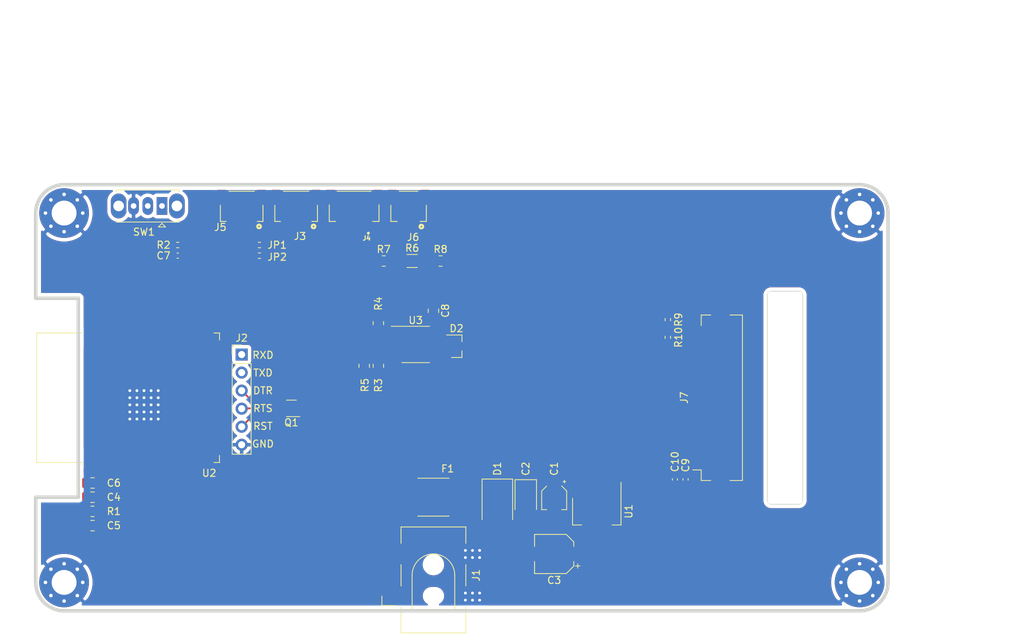
<source format=kicad_pcb>
(kicad_pcb (version 20171130) (host pcbnew "(5.1.12)-1")
  (layers (0 F.Cu signal) (31 B.Cu signal) (34 B.Paste user) (35 F.Paste user) (36 B.SilkS user) (37 F.SilkS user) (38 B.Mask user) (39 F.Mask user) (44 Edge.Cuts user))
  (net 0 "")
  (net 1 +5V)
  (net 2 +3V3)
  (net 3 /RESET)
  (net 4 /Modubus/A)
  (net 5 /Modubus/B)
  (net 6 "Net-(F1-Pad2)")
  (net 7 /RTS)
  (net 8 /DTR)
  (net 9 /UART0_TXD)
  (net 10 /UART0_RXD)
  (net 11 /SHARP_AOUT)
  (net 12 /GAS_AOUT)
  (net 13 /SHARP_ILED)
  (net 14 /IO39)
  (net 15 /IO36)
  (net 16 /IO0)
  (net 17 /MODBUS_TXD)
  (net 18 "Net-(U2-Pad32)")
  (net 19 "Net-(U2-Pad22)")
  (net 20 "Net-(U2-Pad21)")
  (net 21 "Net-(U2-Pad20)")
  (net 22 "Net-(U2-Pad19)")
  (net 23 "Net-(U2-Pad18)")
  (net 24 "Net-(U2-Pad17)")
  (net 25 /MODBUS_EN)
  (net 26 /MODBUS_RXD)
  (net 27 /Modubus/MODBUS_EN)
  (net 28 /Modubus/MODBUS_TXD)
  (net 29 /Modubus/MODBUS_RXD)
  (net 30 GND)
  (net 31 "Net-(C7-Pad2)")
  (net 32 /GPIO32)
  (net 33 /GPIO33)
  (net 34 /GPIO16)
  (net 35 /GPIO17)
  (net 36 /VCC)
  (net 37 CTP_SCL)
  (net 38 CTP_SDA)
  (net 39 CTP_INT)
  (net 40 TFT_CS)
  (net 41 TFT_AO)
  (net 42 TFT_SCLK)
  (net 43 TFT_SDI)
  (net 44 TFT_RST)
  (net 45 "Net-(SW1-Pad2)")
  (net 46 "Net-(U2-Pad24)")
  (net 47 "Net-(U2-Pad14)")
  (net 48 /GPIO15)
  (module Package_SO:SOIC-8_3.9x4.9mm_P1.27mm (layer F.Cu) (at 138.5 117.5)
    (fp_text reference U3 (at 0 -3.4) (layer F.SilkS))
    (fp_text value MAX3485)
    (fp_line (start 0 -2.56) (end -3.45 -2.56) (layer F.SilkS) (width 0.12))
    (fp_line (start 0 -2.56) (end 1.95 -2.56) (layer F.SilkS) (width 0.12))
    (fp_line (start 0 2.56) (end -1.95 2.56) (layer F.SilkS) (width 0.12))
    (fp_line (start 0 2.56) (end 1.95 2.56) (layer F.SilkS) (width 0.12))
    (pad 8 smd roundrect (at 2.475 -1.905) (size 1.95 0.6) (layers F.Cu F.Paste F.Mask) (net 2 +3V3))
    (pad 7 smd roundrect (at 2.475 -0.635) (size 1.95 0.6) (layers F.Cu F.Paste F.Mask) (net 5 /Modubus/B))
    (pad 6 smd roundrect (at 2.475 0.635) (size 1.95 0.6) (layers F.Cu F.Paste F.Mask) (net 4 /Modubus/A))
    (pad 5 smd roundrect (at 2.475 1.905) (size 1.95 0.6) (layers F.Cu F.Paste F.Mask) (net 30 GND))
    (pad 4 smd roundrect (at -2.475 1.905) (size 1.95 0.6) (layers F.Cu F.Paste F.Mask) (net 28 /Modubus/MODBUS_TXD))
    (pad 3 smd roundrect (at -2.475 0.635) (size 1.95 0.6) (layers F.Cu F.Paste F.Mask) (net 27 /Modubus/MODBUS_EN))
    (pad 2 smd roundrect (at -2.475 -0.635) (size 1.95 0.6) (layers F.Cu F.Paste F.Mask) (net 27 /Modubus/MODBUS_EN))
    (pad 1 smd roundrect (at -2.475 -1.905) (size 1.95 0.6) (layers F.Cu F.Paste F.Mask) (net 29 /Modubus/MODBUS_RXD))
  )
  (module Connector_BarrelJack:BarrelJack_CLIFF_FC681465S_SMT_Horizontal (layer F.Cu) (at 141 150 90)
    (fp_text reference J1 (at 0 6 270) (layer F.SilkS))
    (fp_text value Barrel_Jack_Switch)
    (fp_line (start -4.26 -7.26) (end -4.26 -5.36) (layer F.SilkS) (width 0.12))
    (fp_line (start -2.92 -7.26) (end -4.26 -7.26) (layer F.SilkS) (width 0.12))
    (fp_line (start -8.11 -4.56) (end -4.5 -4.56) (layer F.SilkS) (width 0.12))
    (fp_line (start 6.81 4.56) (end 6.81 -4.56) (layer F.SilkS) (width 0.12))
    (fp_line (start -1.5 -4.56) (end 1.5 -4.56) (layer F.SilkS) (width 0.12))
    (fp_line (start 4.5 -4.56) (end 6.81 -4.56) (layer F.SilkS) (width 0.12))
    (fp_line (start 4.5 4.56) (end 6.81 4.56) (layer F.SilkS) (width 0.12))
    (fp_line (start -1.5 4.56) (end 1.5 4.56) (layer F.SilkS) (width 0.12))
    (fp_line (start -8.11 4.56) (end -4.5 4.56) (layer F.SilkS) (width 0.12))
    (fp_line (start -8.11 4.56) (end -8.11 -4.56) (layer F.SilkS) (width 0.12))
    (fp_line (start -4.8 4.56) (end -4.8 -4.56) (layer F.SilkS) (width 0.12))
    (fp_line (start -4.8 -3) (end 0 -3) (layer F.SilkS) (width 0.12))
    (fp_line (start -4.8 3) (end 0 3) (layer F.SilkS) (width 0.12))
    (fp_arc (start 0 0) (end 0 3) (angle -180) (layer F.SilkS) (width 0.12))
    (pad 3 smd rect (at -3 5.5 180) (size 3 2) (layers F.Cu F.Paste F.Mask) (net 30 GND))
    (pad 2 smd rect (at 3 5.5 180) (size 3 2) (layers F.Cu F.Paste F.Mask) (net 30 GND))
    (pad 1 smd rect (at 3 -5.5 180) (size 3 2) (layers F.Cu F.Paste F.Mask) (net 6 "Net-(F1-Pad2)"))
    (pad 1 smd rect (at -3 -5.5 180) (size 3 2) (layers F.Cu F.Paste F.Mask) (net 6 "Net-(F1-Pad2)"))
    (pad "" np_thru_hole circle (at 1.5 0 180) (size 2 2) (drill 2) (layers *.Cu *.Mask))
    (pad "" np_thru_hole oval (at -2.9 0 180) (size 2 1.5) (drill oval 2 1.5) (layers *.Cu *.Mask))
  )
  (module Resistor_SMD:R_0402_1005Metric_Pad0.72x0.64mm_HandSolder (layer F.Cu) (at 174 116.5 270)
    (fp_text reference R10 (at 0 -1.5 90) (layer F.SilkS))
    (fp_text value 10k)
    (fp_line (start -0.167621 0.38) (end 0.167621 0.38) (layer F.SilkS) (width 0.12))
    (fp_line (start -0.167621 -0.38) (end 0.167621 -0.38) (layer F.SilkS) (width 0.12))
    (pad 2 smd roundrect (at 0.5975 0 270) (size 0.715 0.64) (layers F.Cu F.Paste F.Mask) (net 2 +3V3))
    (pad 1 smd roundrect (at -0.5975 0 270) (size 0.715 0.64) (layers F.Cu F.Paste F.Mask) (net 38 CTP_SDA))
  )
  (module Resistor_SMD:R_0402_1005Metric_Pad0.72x0.64mm_HandSolder (layer F.Cu) (at 174 114 90)
    (fp_text reference R9 (at 0 1.5 90) (layer F.SilkS))
    (fp_text value 10k)
    (fp_line (start -0.167621 0.38) (end 0.167621 0.38) (layer F.SilkS) (width 0.12))
    (fp_line (start -0.167621 -0.38) (end 0.167621 -0.38) (layer F.SilkS) (width 0.12))
    (pad 2 smd roundrect (at 0.5975 0 90) (size 0.715 0.64) (layers F.Cu F.Paste F.Mask) (net 2 +3V3))
    (pad 1 smd roundrect (at -0.5975 0 90) (size 0.715 0.64) (layers F.Cu F.Paste F.Mask) (net 37 CTP_SCL))
  )
  (module Connector_FFC-FPC:Hirose_FH12-40S-0.5SH_1x40-1MP_P0.50mm_Horizontal (layer F.Cu) (at 180 125 90)
    (fp_text reference J7 (at 0 -3.7 90) (layer F.SilkS))
    (fp_text value Display)
    (fp_line (start -10.16 -1.3) (end -10.16 -2.5) (layer F.SilkS) (width 0.12))
    (fp_line (start 11.65 4.5) (end 11.65 2.76) (layer F.SilkS) (width 0.12))
    (fp_line (start -11.65 4.5) (end 11.65 4.5) (layer F.SilkS) (width 0.12))
    (fp_line (start -11.65 2.76) (end -11.65 4.5) (layer F.SilkS) (width 0.12))
    (fp_line (start 11.65 -1.3) (end 11.65 0.04) (layer F.SilkS) (width 0.12))
    (fp_line (start 10.16 -1.3) (end 11.65 -1.3) (layer F.SilkS) (width 0.12))
    (fp_line (start -11.65 -1.3) (end -11.65 0.04) (layer F.SilkS) (width 0.12))
    (fp_line (start -10.16 -1.3) (end -11.65 -1.3) (layer F.SilkS) (width 0.12))
    (pad 40 smd rect (at 9.75 -1.85 90) (size 0.3 1.3) (layers F.Cu F.Paste F.Mask) (net 37 CTP_SCL))
    (pad 39 smd rect (at 9.25 -1.85 90) (size 0.3 1.3) (layers F.Cu F.Paste F.Mask) (net 38 CTP_SDA))
    (pad 38 smd rect (at 8.75 -1.85 90) (size 0.3 1.3) (layers F.Cu F.Paste F.Mask) (net 39 CTP_INT))
    (pad 37 smd rect (at 8.25 -1.85 90) (size 0.3 1.3) (layers F.Cu F.Paste F.Mask) (net 2 +3V3))
    (pad 36 smd rect (at 7.75 -1.85 90) (size 0.3 1.3) (layers F.Cu F.Paste F.Mask) (net 40 TFT_CS))
    (pad 35 smd rect (at 7.25 -1.85 90) (size 0.3 1.3) (layers F.Cu F.Paste F.Mask) (net 41 TFT_AO))
    (pad 34 smd rect (at 6.75 -1.85 90) (size 0.3 1.3) (layers F.Cu F.Paste F.Mask) (net 42 TFT_SCLK))
    (pad 33 smd rect (at 6.25 -1.85 90) (size 0.3 1.3) (layers F.Cu F.Paste F.Mask) (net 30 GND))
    (pad 32 smd rect (at 5.75 -1.85 90) (size 0.3 1.3) (layers F.Cu F.Paste F.Mask) (net 43 TFT_SDI))
    (pad 31 smd rect (at 5.25 -1.85 90) (size 0.3 1.3) (layers F.Cu F.Paste F.Mask) (net 30 GND))
    (pad 30 smd rect (at 4.75 -1.85 90) (size 0.3 1.3) (layers F.Cu F.Paste F.Mask) (net 30 GND))
    (pad 29 smd rect (at 4.25 -1.85 90) (size 0.3 1.3) (layers F.Cu F.Paste F.Mask) (net 30 GND))
    (pad 28 smd rect (at 3.75 -1.85 90) (size 0.3 1.3) (layers F.Cu F.Paste F.Mask) (net 30 GND))
    (pad 27 smd rect (at 3.25 -1.85 90) (size 0.3 1.3) (layers F.Cu F.Paste F.Mask) (net 30 GND))
    (pad 26 smd rect (at 2.75 -1.85 90) (size 0.3 1.3) (layers F.Cu F.Paste F.Mask) (net 30 GND))
    (pad 25 smd rect (at 2.25 -1.85 90) (size 0.3 1.3) (layers F.Cu F.Paste F.Mask) (net 30 GND))
    (pad 24 smd rect (at 1.75 -1.85 90) (size 0.3 1.3) (layers F.Cu F.Paste F.Mask) (net 30 GND))
    (pad 23 smd rect (at 1.25 -1.85 90) (size 0.3 1.3) (layers F.Cu F.Paste F.Mask) (net 30 GND))
    (pad 22 smd rect (at 0.75 -1.85 90) (size 0.3 1.3) (layers F.Cu F.Paste F.Mask) (net 30 GND))
    (pad 21 smd rect (at 0.25 -1.85 90) (size 0.3 1.3) (layers F.Cu F.Paste F.Mask) (net 30 GND))
    (pad 20 smd rect (at -0.25 -1.85 90) (size 0.3 1.3) (layers F.Cu F.Paste F.Mask) (net 30 GND))
    (pad 19 smd rect (at -0.75 -1.85 90) (size 0.3 1.3) (layers F.Cu F.Paste F.Mask) (net 30 GND))
    (pad 18 smd rect (at -1.25 -1.85 90) (size 0.3 1.3) (layers F.Cu F.Paste F.Mask) (net 30 GND))
    (pad 17 smd rect (at -1.75 -1.85 90) (size 0.3 1.3) (layers F.Cu F.Paste F.Mask) (net 30 GND))
    (pad 16 smd rect (at -2.25 -1.85 90) (size 0.3 1.3) (layers F.Cu F.Paste F.Mask) (net 30 GND))
    (pad 15 smd rect (at -2.75 -1.85 90) (size 0.3 1.3) (layers F.Cu F.Paste F.Mask) (net 30 GND))
    (pad 14 smd rect (at -3.25 -1.85 90) (size 0.3 1.3) (layers F.Cu F.Paste F.Mask) (net 30 GND))
    (pad 13 smd rect (at -3.75 -1.85 90) (size 0.3 1.3) (layers F.Cu F.Paste F.Mask) (net 30 GND))
    (pad 12 smd rect (at -4.25 -1.85 90) (size 0.3 1.3) (layers F.Cu F.Paste F.Mask) (net 30 GND))
    (pad 11 smd rect (at -4.75 -1.85 90) (size 0.3 1.3) (layers F.Cu F.Paste F.Mask) (net 30 GND))
    (pad 10 smd rect (at -5.25 -1.85 90) (size 0.3 1.3) (layers F.Cu F.Paste F.Mask) (net 30 GND))
    (pad 9 smd rect (at -5.75 -1.85 90) (size 0.3 1.3) (layers F.Cu F.Paste F.Mask) (net 44 TFT_RST))
    (pad 8 smd rect (at -6.25 -1.85 90) (size 0.3 1.3) (layers F.Cu F.Paste F.Mask) (net 2 +3V3))
    (pad 7 smd rect (at -6.75 -1.85 90) (size 0.3 1.3) (layers F.Cu F.Paste F.Mask) (net 2 +3V3))
    (pad 6 smd rect (at -7.25 -1.85 90) (size 0.3 1.3) (layers F.Cu F.Paste F.Mask) (net 2 +3V3))
    (pad 5 smd rect (at -7.75 -1.85 90) (size 0.3 1.3) (layers F.Cu F.Paste F.Mask) (net 2 +3V3))
    (pad 4 smd rect (at -8.25 -1.85 90) (size 0.3 1.3) (layers F.Cu F.Paste F.Mask) (net 2 +3V3))
    (pad 3 smd rect (at -8.75 -1.85 90) (size 0.3 1.3) (layers F.Cu F.Paste F.Mask) (net 30 GND))
    (pad 2 smd rect (at -9.25 -1.85 90) (size 0.3 1.3) (layers F.Cu F.Paste F.Mask) (net 30 GND))
    (pad 1 smd rect (at -9.75 -1.85 90) (size 0.3 1.3) (layers F.Cu F.Paste F.Mask) (net 2 +3V3))
    (pad MP smd rect (at -11.65 1.4 90) (size 1.8 2.2) (layers F.Cu F.Paste F.Mask))
    (pad MP smd rect (at 11.65 1.4 90) (size 1.8 2.2) (layers F.Cu F.Paste F.Mask))
  )
  (module Capacitor_SMD:C_0402_1005Metric_Pad0.74x0.62mm_HandSolder (layer F.Cu) (at 175 136.5 270)
    (fp_text reference C10 (at -2.5 0 90) (layer F.SilkS))
    (fp_text value 0.1uF)
    (fp_line (start -0.115835 0.36) (end 0.115835 0.36) (layer F.SilkS) (width 0.12))
    (fp_line (start -0.115835 -0.36) (end 0.115835 -0.36) (layer F.SilkS) (width 0.12))
    (pad 2 smd roundrect (at 0.5675 0 270) (size 0.735 0.62) (layers F.Cu F.Paste F.Mask) (net 30 GND))
    (pad 1 smd roundrect (at -0.5675 0 270) (size 0.735 0.62) (layers F.Cu F.Paste F.Mask) (net 2 +3V3))
  )
  (module Capacitor_SMD:C_0402_1005Metric_Pad0.74x0.62mm_HandSolder (layer F.Cu) (at 176.5 136.5 270)
    (fp_text reference C9 (at -2 0 90) (layer F.SilkS))
    (fp_text value 10uF)
    (fp_line (start -0.115835 0.36) (end 0.115835 0.36) (layer F.SilkS) (width 0.12))
    (fp_line (start -0.115835 -0.36) (end 0.115835 -0.36) (layer F.SilkS) (width 0.12))
    (pad 2 smd roundrect (at 0.5675 0 270) (size 0.735 0.62) (layers F.Cu F.Paste F.Mask) (net 30 GND))
    (pad 1 smd roundrect (at -0.5675 0 270) (size 0.735 0.62) (layers F.Cu F.Paste F.Mask) (net 2 +3V3))
  )
  (module RF_Module:ESP32-WROOM-32 (layer F.Cu) (at 101 125 90)
    (fp_text reference U2 (at -10.61 8.43) (layer F.SilkS))
    (fp_text value "ESP32-WROOM-32E(8MB)")
    (fp_line (start -9.12 9.1) (end -9.12 9.88) (layer F.SilkS) (width 0.12))
    (fp_line (start -9.12 9.88) (end -8.12 9.88) (layer F.SilkS) (width 0.12))
    (fp_line (start 9.12 9.1) (end 9.12 9.88) (layer F.SilkS) (width 0.12))
    (fp_line (start 9.12 9.88) (end 8.12 9.88) (layer F.SilkS) (width 0.12))
    (fp_line (start -9.12 -15.865) (end 9.12 -15.865) (layer F.SilkS) (width 0.12))
    (fp_line (start 9.12 -15.865) (end 9.12 -9.445) (layer F.SilkS) (width 0.12))
    (fp_line (start -9.12 -15.865) (end -9.12 -9.445) (layer F.SilkS) (width 0.12))
    (fp_line (start -9.12 -9.445) (end -9.5 -9.445) (layer F.SilkS) (width 0.12))
    (pad 38 smd rect (at 8.5 -8.255 90) (size 2 0.9) (layers F.Cu F.Paste F.Mask) (net 30 GND))
    (pad 37 smd rect (at 8.5 -6.985 90) (size 2 0.9) (layers F.Cu F.Paste F.Mask) (net 17 /MODBUS_TXD))
    (pad 36 smd rect (at 8.5 -5.715 90) (size 2 0.9) (layers F.Cu F.Paste F.Mask) (net 37 CTP_SCL))
    (pad 35 smd rect (at 8.5 -4.445 90) (size 2 0.9) (layers F.Cu F.Paste F.Mask) (net 9 /UART0_TXD))
    (pad 34 smd rect (at 8.5 -3.175 90) (size 2 0.9) (layers F.Cu F.Paste F.Mask) (net 10 /UART0_RXD))
    (pad 33 smd rect (at 8.5 -1.905 90) (size 2 0.9) (layers F.Cu F.Paste F.Mask) (net 38 CTP_SDA))
    (pad 32 smd rect (at 8.5 -0.635 90) (size 2 0.9) (layers F.Cu F.Paste F.Mask) (net 18 "Net-(U2-Pad32)"))
    (pad 31 smd rect (at 8.5 0.635 90) (size 2 0.9) (layers F.Cu F.Paste F.Mask) (net 43 TFT_SDI))
    (pad 30 smd rect (at 8.5 1.905 90) (size 2 0.9) (layers F.Cu F.Paste F.Mask) (net 42 TFT_SCLK))
    (pad 29 smd rect (at 8.5 3.175 90) (size 2 0.9) (layers F.Cu F.Paste F.Mask) (net 40 TFT_CS))
    (pad 28 smd rect (at 8.5 4.445 90) (size 2 0.9) (layers F.Cu F.Paste F.Mask) (net 35 /GPIO17))
    (pad 27 smd rect (at 8.5 5.715 90) (size 2 0.9) (layers F.Cu F.Paste F.Mask) (net 45 "Net-(SW1-Pad2)"))
    (pad 26 smd rect (at 8.5 6.985 90) (size 2 0.9) (layers F.Cu F.Paste F.Mask) (net 41 TFT_AO))
    (pad 25 smd rect (at 8.5 8.255 90) (size 2 0.9) (layers F.Cu F.Paste F.Mask) (net 16 /IO0))
    (pad 24 smd rect (at 5.715 9.255 180) (size 2 0.9) (layers F.Cu F.Paste F.Mask) (net 46 "Net-(U2-Pad24)"))
    (pad 23 smd rect (at 4.445 9.255 180) (size 2 0.9) (layers F.Cu F.Paste F.Mask) (net 48 /GPIO15))
    (pad 22 smd rect (at 3.175 9.255 180) (size 2 0.9) (layers F.Cu F.Paste F.Mask) (net 19 "Net-(U2-Pad22)"))
    (pad 21 smd rect (at 1.905 9.255 180) (size 2 0.9) (layers F.Cu F.Paste F.Mask) (net 20 "Net-(U2-Pad21)"))
    (pad 20 smd rect (at 0.635 9.255 180) (size 2 0.9) (layers F.Cu F.Paste F.Mask) (net 21 "Net-(U2-Pad20)"))
    (pad 19 smd rect (at -0.635 9.255 180) (size 2 0.9) (layers F.Cu F.Paste F.Mask) (net 22 "Net-(U2-Pad19)"))
    (pad 18 smd rect (at -1.905 9.255 180) (size 2 0.9) (layers F.Cu F.Paste F.Mask) (net 23 "Net-(U2-Pad18)"))
    (pad 17 smd rect (at -3.175 9.255 180) (size 2 0.9) (layers F.Cu F.Paste F.Mask) (net 24 "Net-(U2-Pad17)"))
    (pad 16 smd rect (at -4.445 9.255 180) (size 2 0.9) (layers F.Cu F.Paste F.Mask) (net 13 /SHARP_ILED))
    (pad 15 smd rect (at -5.715 9.255 180) (size 2 0.9) (layers F.Cu F.Paste F.Mask) (net 30 GND))
    (pad 14 smd rect (at -8.5 8.255 90) (size 2 0.9) (layers F.Cu F.Paste F.Mask) (net 47 "Net-(U2-Pad14)"))
    (pad 13 smd rect (at -8.5 6.985 90) (size 2 0.9) (layers F.Cu F.Paste F.Mask) (net 44 TFT_RST))
    (pad 12 smd rect (at -8.5 5.715 90) (size 2 0.9) (layers F.Cu F.Paste F.Mask) (net 25 /MODBUS_EN))
    (pad 11 smd rect (at -8.5 4.445 90) (size 2 0.9) (layers F.Cu F.Paste F.Mask) (net 26 /MODBUS_RXD))
    (pad 10 smd rect (at -8.5 3.175 90) (size 2 0.9) (layers F.Cu F.Paste F.Mask) (net 39 CTP_INT))
    (pad 9 smd rect (at -8.5 1.905 90) (size 2 0.9) (layers F.Cu F.Paste F.Mask) (net 33 /GPIO33))
    (pad 8 smd rect (at -8.5 0.635 90) (size 2 0.9) (layers F.Cu F.Paste F.Mask) (net 32 /GPIO32))
    (pad 7 smd rect (at -8.5 -0.635 90) (size 2 0.9) (layers F.Cu F.Paste F.Mask) (net 12 /GAS_AOUT))
    (pad 6 smd rect (at -8.5 -1.905 90) (size 2 0.9) (layers F.Cu F.Paste F.Mask) (net 11 /SHARP_AOUT))
    (pad 5 smd rect (at -8.5 -3.175 90) (size 2 0.9) (layers F.Cu F.Paste F.Mask) (net 14 /IO39))
    (pad 4 smd rect (at -8.5 -4.445 90) (size 2 0.9) (layers F.Cu F.Paste F.Mask) (net 15 /IO36))
    (pad 3 smd rect (at -8.5 -5.715 90) (size 2 0.9) (layers F.Cu F.Paste F.Mask) (net 3 /RESET))
    (pad 2 smd rect (at -8.5 -6.985 90) (size 2 0.9) (layers F.Cu F.Paste F.Mask) (net 2 +3V3))
    (pad 1 smd rect (at -8.5 -8.255 90) (size 2 0.9) (layers F.Cu F.Paste F.Mask) (net 30 GND))
    (pad 39 smd rect (at -1 -0.755 90) (size 5 5) (layers F.Cu F.Paste F.Mask) (net 30 GND))
  )
  (module MountingHole:MountingHole_3.5mm_Pad_Via (layer F.Cu) (at 89 151)
    (fp_text reference H2 (at 0 0) (layer F.SilkS))
    (fp_text value MountingHole_Pad)
    (pad 1 thru_hole circle (at 1.856155 -1.856155) (size 0.8 0.8) (drill 0.5) (layers *.Cu *.Mask) (net 30 GND))
    (pad 1 thru_hole circle (at 0 -2.625) (size 0.8 0.8) (drill 0.5) (layers *.Cu *.Mask) (net 30 GND))
    (pad 1 thru_hole circle (at -1.856155 -1.856155) (size 0.8 0.8) (drill 0.5) (layers *.Cu *.Mask) (net 30 GND))
    (pad 1 thru_hole circle (at -2.625 0) (size 0.8 0.8) (drill 0.5) (layers *.Cu *.Mask) (net 30 GND))
    (pad 1 thru_hole circle (at -1.856155 1.856155) (size 0.8 0.8) (drill 0.5) (layers *.Cu *.Mask) (net 30 GND))
    (pad 1 thru_hole circle (at 0 2.625) (size 0.8 0.8) (drill 0.5) (layers *.Cu *.Mask) (net 30 GND))
    (pad 1 thru_hole circle (at 1.856155 1.856155) (size 0.8 0.8) (drill 0.5) (layers *.Cu *.Mask) (net 30 GND))
    (pad 1 thru_hole circle (at 2.625 0) (size 0.8 0.8) (drill 0.5) (layers *.Cu *.Mask) (net 30 GND))
    (pad 1 thru_hole circle (at 0 0) (size 7 7) (drill 3.5) (layers *.Cu *.Mask) (net 30 GND))
  )
  (module "SnapEDA Library:JST_SM03B-SRSS-TB(LF)(SN)" (layer F.Cu) (at 137.5 100.5 180)
    (fp_text reference J6 (at -0.635 -1.905) (layer F.SilkS))
    (fp_text value "MODBUS RTU")
    (fp_circle (center -1.8 -0.4) (end -1.7 -0.4) (layer F.SilkS) (width 0.3))
    (fp_line (start 2.5 0.325) (end 1.615 0.325) (layer F.SilkS) (width 0.127))
    (fp_line (start 2.5 2.6) (end 2.5 0.325) (layer F.SilkS) (width 0.127))
    (fp_line (start -1.3 4.575) (end 1.3 4.575) (layer F.SilkS) (width 0.127))
    (fp_line (start -2.5 0.325) (end -2.5 2.6) (layer F.SilkS) (width 0.127))
    (fp_line (start -1.615 0.325) (end -2.5 0.325) (layer F.SilkS) (width 0.127))
    (pad S2 smd rect (at 2.3 3.875 180) (size 1.2 1.8) (layers F.Cu F.Paste F.Mask))
    (pad S1 smd rect (at -2.3 3.875 180) (size 1.2 1.8) (layers F.Cu F.Paste F.Mask))
    (pad 3 smd rect (at 1 0 180) (size 0.6 1.55) (layers F.Cu F.Paste F.Mask) (net 30 GND))
    (pad 1 smd rect (at -1 0 180) (size 0.6 1.55) (layers F.Cu F.Paste F.Mask) (net 5 /Modubus/B))
    (pad 2 smd rect (at 0 0 180) (size 0.6 1.55) (layers F.Cu F.Paste F.Mask) (net 4 /Modubus/A))
  )
  (module Package_TO_SOT_SMD:SOT-223-3_TabPin2 (layer F.Cu) (at 164 141 270)
    (fp_text reference U1 (at 0 -4.5 90) (layer F.SilkS))
    (fp_text value AZ1117-3.3)
    (fp_line (start -4.1 -3.41) (end 1.91 -3.41) (layer F.SilkS) (width 0.12))
    (fp_line (start -1.85 3.41) (end 1.91 3.41) (layer F.SilkS) (width 0.12))
    (fp_line (start 1.91 -3.41) (end 1.91 -2.15) (layer F.SilkS) (width 0.12))
    (fp_line (start 1.91 3.41) (end 1.91 2.15) (layer F.SilkS) (width 0.12))
    (pad 1 smd rect (at -3.15 -2.3 270) (size 2 1.5) (layers F.Cu F.Paste F.Mask) (net 30 GND))
    (pad 3 smd rect (at -3.15 2.3 270) (size 2 1.5) (layers F.Cu F.Paste F.Mask) (net 1 +5V))
    (pad 2 smd rect (at -3.15 0 270) (size 2 1.5) (layers F.Cu F.Paste F.Mask) (net 2 +3V3))
    (pad 2 smd rect (at 3.15 0 270) (size 2 3.8) (layers F.Cu F.Paste F.Mask) (net 2 +3V3))
  )
  (module Button_Switch_THT:SW_Slide_1P2T_CK_OS102011MS2Q (layer F.Cu) (at 102.78 98 180)
    (fp_text reference SW1 (at 2.54 -3.66) (layer F.SilkS))
    (fp_text value SW_SPDT)
    (fp_line (start 0.5 -2.96) (end -0.5 -2.96) (layer F.SilkS) (width 0.12))
    (fp_line (start 0 -2.46) (end 0.5 -2.96) (layer F.SilkS) (width 0.12))
    (fp_line (start -0.5 -2.96) (end 0 -2.46) (layer F.SilkS) (width 0.12))
    (fp_line (start 6.41 2.26) (end 6.41 1.95) (layer F.SilkS) (width 0.12))
    (fp_line (start -2.41 2.26) (end -2.41 1.95) (layer F.SilkS) (width 0.12))
    (fp_line (start -2.41 -1.95) (end -2.41 -2.26) (layer F.SilkS) (width 0.12))
    (fp_line (start 6.41 2.26) (end -2.41 2.26) (layer F.SilkS) (width 0.12))
    (fp_line (start 6.41 -2.26) (end 6.41 -1.95) (layer F.SilkS) (width 0.12))
    (fp_line (start -2.41 -2.26) (end 6.41 -2.26) (layer F.SilkS) (width 0.12))
    (pad "" thru_hole oval (at 6.1 0 180) (size 2.2 3.5) (drill 1.5) (layers *.Cu *.Mask))
    (pad "" thru_hole oval (at -2.1 0 180) (size 2.2 3.5) (drill 1.5) (layers *.Cu *.Mask))
    (pad 3 thru_hole oval (at 4 0 180) (size 1.5 2.5) (drill 0.8) (layers *.Cu *.Mask) (net 30 GND))
    (pad 2 thru_hole oval (at 2 0 180) (size 1.5 2.5) (drill 0.8) (layers *.Cu *.Mask) (net 45 "Net-(SW1-Pad2)"))
    (pad 1 thru_hole rect (at 0 0 180) (size 1.5 2.5) (drill 0.8) (layers *.Cu *.Mask) (net 31 "Net-(C7-Pad2)"))
  )
  (module Resistor_SMD:R_0402_1005Metric_Pad0.72x0.64mm_HandSolder (layer F.Cu) (at 105 103.5 180)
    (fp_text reference R2 (at 2 0) (layer F.SilkS))
    (fp_text value 10k)
    (fp_line (start -0.167621 0.38) (end 0.167621 0.38) (layer F.SilkS) (width 0.12))
    (fp_line (start -0.167621 -0.38) (end 0.167621 -0.38) (layer F.SilkS) (width 0.12))
    (pad 2 smd roundrect (at 0.5975 0 180) (size 0.715 0.64) (layers F.Cu F.Paste F.Mask) (net 31 "Net-(C7-Pad2)"))
    (pad 1 smd roundrect (at -0.5975 0 180) (size 0.715 0.64) (layers F.Cu F.Paste F.Mask) (net 2 +3V3))
  )
  (module Resistor_SMD:R_0402_1005Metric_Pad0.72x0.64mm_HandSolder (layer F.Cu) (at 116.5 105 180)
    (fp_text reference JP2 (at -2.5 -0.19) (layer F.SilkS))
    (fp_text value SolderJumper_2_Open)
    (fp_line (start -0.167621 0.38) (end 0.167621 0.38) (layer F.SilkS) (width 0.12))
    (fp_line (start -0.167621 -0.38) (end 0.167621 -0.38) (layer F.SilkS) (width 0.12))
    (pad 2 smd roundrect (at 0.5975 0 180) (size 0.715 0.64) (layers F.Cu F.Paste F.Mask) (net 36 /VCC))
    (pad 1 smd roundrect (at -0.5975 0 180) (size 0.715 0.64) (layers F.Cu F.Paste F.Mask) (net 1 +5V))
  )
  (module Resistor_SMD:R_0402_1005Metric_Pad0.72x0.64mm_HandSolder (layer F.Cu) (at 116.5 103.5 180)
    (fp_text reference JP1 (at -2.5 0) (layer F.SilkS))
    (fp_text value SolderJumper_2_Open)
    (fp_line (start -0.167621 0.38) (end 0.167621 0.38) (layer F.SilkS) (width 0.12))
    (fp_line (start -0.167621 -0.38) (end 0.167621 -0.38) (layer F.SilkS) (width 0.12))
    (pad 2 smd roundrect (at 0.5975 0 180) (size 0.715 0.64) (layers F.Cu F.Paste F.Mask) (net 36 /VCC))
    (pad 1 smd roundrect (at -0.5975 0 180) (size 0.715 0.64) (layers F.Cu F.Paste F.Mask) (net 2 +3V3))
  )
  (module "SnapEDA Library:JST_SM04B-SRSS-TB(LF)(SN)" (layer F.Cu) (at 114 100.5 180)
    (fp_text reference J5 (at 3 -0.5) (layer F.SilkS) (effects (font (size 1.001173 1.001173))))
    (fp_text value "I2C extended")
    (fp_line (start -1.8 4.575) (end 1.8 4.575) (layer F.SilkS) (width 0.127))
    (fp_line (start 3 0.325) (end 3 2.6) (layer F.SilkS) (width 0.127))
    (fp_line (start 2.2 0.325) (end 3 0.325) (layer F.SilkS) (width 0.127))
    (fp_line (start -3 0.325) (end -3 2.6) (layer F.SilkS) (width 0.127))
    (fp_line (start -2.2 0.325) (end -3 0.325) (layer F.SilkS) (width 0.127))
    (fp_circle (center -2.45 -0.385) (end -2.35 -0.385) (layer F.SilkS) (width 0.3))
    (pad 4 smd rect (at 1.5 0 180) (size 0.6 1.55) (layers F.Cu F.Paste F.Mask) (net 30 GND))
    (pad 3 smd rect (at 0.5 0 180) (size 0.6 1.55) (layers F.Cu F.Paste F.Mask) (net 38 CTP_SDA))
    (pad 2 smd rect (at -0.5 0 180) (size 0.6 1.55) (layers F.Cu F.Paste F.Mask) (net 37 CTP_SCL))
    (pad 1 smd rect (at -1.5 0 180) (size 0.6 1.55) (layers F.Cu F.Paste F.Mask) (net 36 /VCC))
    (pad S1 smd rect (at -2.8 3.875 180) (size 1.2 1.8) (layers F.Cu F.Paste F.Mask))
    (pad S2 smd rect (at 2.8 3.875 180) (size 1.2 1.8) (layers F.Cu F.Paste F.Mask))
  )
  (module "connector:JST_SM05B-SRSS-TB(LF)(SN)" (layer F.Cu) (at 129.833332 96.625 180)
    (fp_text reference J4 (at -1.768 -5.9064) (layer F.SilkS) (effects (font (size 0.64 0.64))))
    (fp_text value sensor)
    (fp_circle (center -2 -5.2) (end -1.9 -5.2) (layer F.SilkS) (width 0.2))
    (fp_line (start 3.5 -3.55) (end 3.5 -1.21) (layer F.SilkS) (width 0.127))
    (fp_line (start 2.61 -3.55) (end 3.5 -3.55) (layer F.SilkS) (width 0.127))
    (fp_line (start -2.39 0.7) (end 2.39 0.7) (layer F.SilkS) (width 0.127))
    (fp_line (start -3.5 -3.55) (end -3.5 -1.21) (layer F.SilkS) (width 0.127))
    (fp_line (start -2.61 -3.55) (end -3.5 -3.55) (layer F.SilkS) (width 0.127))
    (pad 5 smd rect (at 2 -3.875 180) (size 0.6 1.55) (layers F.Cu F.Paste F.Mask) (net 30 GND))
    (pad 4 smd rect (at 1 -3.875 180) (size 0.6 1.55) (layers F.Cu F.Paste F.Mask) (net 13 /SHARP_ILED))
    (pad 3 smd rect (at 0 -3.875 180) (size 0.6 1.55) (layers F.Cu F.Paste F.Mask) (net 11 /SHARP_AOUT))
    (pad 2 smd rect (at -1 -3.875 180) (size 0.6 1.55) (layers F.Cu F.Paste F.Mask) (net 12 /GAS_AOUT))
    (pad S2 smd rect (at 3.3 0 180) (size 1.2 1.8) (layers F.Cu F.Paste F.Mask))
    (pad S1 smd rect (at -3.3 0 180) (size 1.2 1.8) (layers F.Cu F.Paste F.Mask))
    (pad 1 smd rect (at -2 -3.875 180) (size 0.6 1.55) (layers F.Cu F.Paste F.Mask) (net 1 +5V))
  )
  (module "SnapEDA Library:JST_SM04B-SRSS-TB(LF)(SN)" (layer F.Cu) (at 121.666666 100.5 180)
    (fp_text reference J3 (at -0.545095 -1.767685) (layer F.SilkS) (effects (font (size 1.001173 1.001173))))
    (fp_text value "GPIO expanded")
    (fp_line (start -1.8 4.575) (end 1.8 4.575) (layer F.SilkS) (width 0.127))
    (fp_line (start 3 0.325) (end 3 2.6) (layer F.SilkS) (width 0.127))
    (fp_line (start 2.2 0.325) (end 3 0.325) (layer F.SilkS) (width 0.127))
    (fp_line (start -3 0.325) (end -3 2.6) (layer F.SilkS) (width 0.127))
    (fp_line (start -2.2 0.325) (end -3 0.325) (layer F.SilkS) (width 0.127))
    (fp_circle (center -2.45 -0.385) (end -2.35 -0.385) (layer F.SilkS) (width 0.3))
    (pad 4 smd rect (at 1.5 0 180) (size 0.6 1.55) (layers F.Cu F.Paste F.Mask) (net 32 /GPIO32))
    (pad 3 smd rect (at 0.5 0 180) (size 0.6 1.55) (layers F.Cu F.Paste F.Mask) (net 33 /GPIO33))
    (pad 2 smd rect (at -0.5 0 180) (size 0.6 1.55) (layers F.Cu F.Paste F.Mask) (net 34 /GPIO16))
    (pad 1 smd rect (at -1.5 0 180) (size 0.6 1.55) (layers F.Cu F.Paste F.Mask) (net 48 /GPIO15))
    (pad S1 smd rect (at -2.8 3.875 180) (size 1.2 1.8) (layers F.Cu F.Paste F.Mask))
    (pad S2 smd rect (at 2.8 3.875 180) (size 1.2 1.8) (layers F.Cu F.Paste F.Mask))
  )
  (module Capacitor_SMD:C_0402_1005Metric_Pad0.74x0.62mm_HandSolder (layer F.Cu) (at 105 105 180)
    (fp_text reference C7 (at 2 0) (layer F.SilkS))
    (fp_text value 0.1uF)
    (fp_line (start -0.115835 0.36) (end 0.115835 0.36) (layer F.SilkS) (width 0.12))
    (fp_line (start -0.115835 -0.36) (end 0.115835 -0.36) (layer F.SilkS) (width 0.12))
    (pad 2 smd roundrect (at 0.5675 0 180) (size 0.735 0.62) (layers F.Cu F.Paste F.Mask) (net 31 "Net-(C7-Pad2)"))
    (pad 1 smd roundrect (at -0.5675 0 180) (size 0.735 0.62) (layers F.Cu F.Paste F.Mask) (net 30 GND))
  )
  (module Capacitor_SMD:CP_Elec_5x5.4 (layer F.Cu) (at 158 147 180)
    (fp_text reference C3 (at 0 -3.7) (layer F.SilkS))
    (fp_text value 22uF)
    (fp_line (start -3.3125 -1.9975) (end -3.3125 -1.3725) (layer F.SilkS) (width 0.12))
    (fp_line (start -3.625 -1.685) (end -3 -1.685) (layer F.SilkS) (width 0.12))
    (fp_line (start -2.76 1.695563) (end -1.695563 2.76) (layer F.SilkS) (width 0.12))
    (fp_line (start -2.76 -1.695563) (end -1.695563 -2.76) (layer F.SilkS) (width 0.12))
    (fp_line (start -2.76 -1.695563) (end -2.76 -1.06) (layer F.SilkS) (width 0.12))
    (fp_line (start -2.76 1.695563) (end -2.76 1.06) (layer F.SilkS) (width 0.12))
    (fp_line (start -1.695563 2.76) (end 2.76 2.76) (layer F.SilkS) (width 0.12))
    (fp_line (start -1.695563 -2.76) (end 2.76 -2.76) (layer F.SilkS) (width 0.12))
    (fp_line (start 2.76 -2.76) (end 2.76 -1.06) (layer F.SilkS) (width 0.12))
    (fp_line (start 2.76 2.76) (end 2.76 1.06) (layer F.SilkS) (width 0.12))
    (pad 2 smd roundrect (at 2.2 0 180) (size 3 1.6) (layers F.Cu F.Paste F.Mask) (roundrect_rratio 0.15625) (net 30 GND))
    (pad 1 smd roundrect (at -2.2 0 180) (size 3 1.6) (layers F.Cu F.Paste F.Mask) (roundrect_rratio 0.15625) (net 2 +3V3))
  )
  (module Capacitor_SMD:CP_Elec_3x5.4 (layer F.Cu) (at 158 139 270)
    (fp_text reference C1 (at -4 0 90) (layer F.SilkS))
    (fp_text value 10uF)
    (fp_line (start -2.1875 -1.6225) (end -2.1875 -1.2475) (layer F.SilkS) (width 0.12))
    (fp_line (start -2.375 -1.435) (end -2 -1.435) (layer F.SilkS) (width 0.12))
    (fp_line (start -1.570563 1.06) (end -0.870563 1.76) (layer F.SilkS) (width 0.12))
    (fp_line (start -1.570563 -1.06) (end -0.870563 -1.76) (layer F.SilkS) (width 0.12))
    (fp_line (start -0.870563 1.76) (end 1.76 1.76) (layer F.SilkS) (width 0.12))
    (fp_line (start -0.870563 -1.76) (end 1.76 -1.76) (layer F.SilkS) (width 0.12))
    (fp_line (start 1.76 -1.76) (end 1.76 -1.06) (layer F.SilkS) (width 0.12))
    (fp_line (start 1.76 1.76) (end 1.76 1.06) (layer F.SilkS) (width 0.12))
    (pad 2 smd roundrect (at 1.5 0 270) (size 2.2 1.6) (layers F.Cu F.Paste F.Mask) (roundrect_rratio 0.15625) (net 30 GND))
    (pad 1 smd roundrect (at -1.5 0 270) (size 2.2 1.6) (layers F.Cu F.Paste F.Mask) (roundrect_rratio 0.15625) (net 1 +5V))
  )
  (module Resistor_SMD:R_0805_2012Metric (layer F.Cu) (at 142 105.75)
    (fp_text reference R8 (at 0 -1.65) (layer F.SilkS))
    (fp_text value 10k)
    (fp_line (start -0.227064 -0.735) (end 0.227064 -0.735) (layer F.SilkS) (width 0.12))
    (fp_line (start -0.227064 0.735) (end 0.227064 0.735) (layer F.SilkS) (width 0.12))
    (pad 2 smd roundrect (at 0.9125 0) (size 1.025 1.4) (layers F.Cu F.Paste F.Mask) (roundrect_rratio 0.243902) (net 2 +3V3))
    (pad 1 smd roundrect (at -0.9125 0) (size 1.025 1.4) (layers F.Cu F.Paste F.Mask) (roundrect_rratio 0.243902) (net 5 /Modubus/B))
  )
  (module Resistor_SMD:R_0805_2012Metric (layer F.Cu) (at 134 105.75)
    (fp_text reference R7 (at 0 -1.65) (layer F.SilkS))
    (fp_text value 10k)
    (fp_line (start -0.227064 -0.735) (end 0.227064 -0.735) (layer F.SilkS) (width 0.12))
    (fp_line (start -0.227064 0.735) (end 0.227064 0.735) (layer F.SilkS) (width 0.12))
    (pad 2 smd roundrect (at 0.9125 0) (size 1.025 1.4) (layers F.Cu F.Paste F.Mask) (roundrect_rratio 0.243902) (net 4 /Modubus/A))
    (pad 1 smd roundrect (at -0.9125 0) (size 1.025 1.4) (layers F.Cu F.Paste F.Mask) (roundrect_rratio 0.243902) (net 30 GND))
  )
  (module Resistor_SMD:R_1206_3216Metric (layer F.Cu) (at 138 105.75)
    (fp_text reference R6 (at 0 -1.82) (layer F.SilkS))
    (fp_text value 120R)
    (fp_line (start -0.727064 -0.91) (end 0.727064 -0.91) (layer F.SilkS) (width 0.12))
    (fp_line (start -0.727064 0.91) (end 0.727064 0.91) (layer F.SilkS) (width 0.12))
    (pad 2 smd roundrect (at 1.4625 0) (size 1.125 1.75) (layers F.Cu F.Paste F.Mask) (roundrect_rratio 0.222222) (net 5 /Modubus/B))
    (pad 1 smd roundrect (at -1.4625 0) (size 1.125 1.75) (layers F.Cu F.Paste F.Mask) (roundrect_rratio 0.222222) (net 4 /Modubus/A))
  )
  (module Resistor_SMD:R_0805_2012Metric (layer F.Cu) (at 131.25 120.5 90)
    (fp_text reference R5 (at -2.725001 0.104999 90) (layer F.SilkS))
    (fp_text value 10K)
    (fp_line (start -0.227064 -0.735) (end 0.227064 -0.735) (layer F.SilkS) (width 0.12))
    (fp_line (start -0.227064 0.735) (end 0.227064 0.735) (layer F.SilkS) (width 0.12))
    (pad 2 smd roundrect (at 0.9125 0 90) (size 1.025 1.4) (layers F.Cu F.Paste F.Mask) (roundrect_rratio 0.243902) (net 27 /Modubus/MODBUS_EN))
    (pad 1 smd roundrect (at -0.9125 0 90) (size 1.025 1.4) (layers F.Cu F.Paste F.Mask) (roundrect_rratio 0.243902) (net 2 +3V3))
  )
  (module Resistor_SMD:R_0805_2012Metric (layer F.Cu) (at 133.25 114.5 270)
    (fp_text reference R4 (at -2.75 0 90) (layer F.SilkS))
    (fp_text value 10K)
    (fp_line (start -0.227064 -0.735) (end 0.227064 -0.735) (layer F.SilkS) (width 0.12))
    (fp_line (start -0.227064 0.735) (end 0.227064 0.735) (layer F.SilkS) (width 0.12))
    (pad 2 smd roundrect (at 0.9125 0 270) (size 1.025 1.4) (layers F.Cu F.Paste F.Mask) (roundrect_rratio 0.243902) (net 29 /Modubus/MODBUS_RXD))
    (pad 1 smd roundrect (at -0.9125 0 270) (size 1.025 1.4) (layers F.Cu F.Paste F.Mask) (roundrect_rratio 0.243902) (net 2 +3V3))
  )
  (module Resistor_SMD:R_0805_2012Metric (layer F.Cu) (at 133.25 120.5 90)
    (fp_text reference R3 (at -2.75 0 90) (layer F.SilkS))
    (fp_text value 10K)
    (fp_line (start -0.227064 -0.735) (end 0.227064 -0.735) (layer F.SilkS) (width 0.12))
    (fp_line (start -0.227064 0.735) (end 0.227064 0.735) (layer F.SilkS) (width 0.12))
    (pad 2 smd roundrect (at 0.9125 0 90) (size 1.025 1.4) (layers F.Cu F.Paste F.Mask) (roundrect_rratio 0.243902) (net 28 /Modubus/MODBUS_TXD))
    (pad 1 smd roundrect (at -0.9125 0 90) (size 1.025 1.4) (layers F.Cu F.Paste F.Mask) (roundrect_rratio 0.243902) (net 2 +3V3))
  )
  (module Resistor_SMD:R_0805_2012Metric (layer F.Cu) (at 93 141)
    (fp_text reference R1 (at 3 0) (layer F.SilkS))
    (fp_text value 10K)
    (fp_line (start -0.227064 -0.735) (end 0.227064 -0.735) (layer F.SilkS) (width 0.12))
    (fp_line (start -0.227064 0.735) (end 0.227064 0.735) (layer F.SilkS) (width 0.12))
    (pad 2 smd roundrect (at 0.9125 0) (size 1.025 1.4) (layers F.Cu F.Paste F.Mask) (roundrect_rratio 0.243902) (net 3 /RESET))
    (pad 1 smd roundrect (at -0.9125 0) (size 1.025 1.4) (layers F.Cu F.Paste F.Mask) (roundrect_rratio 0.243902) (net 2 +3V3))
  )
  (module Package_TO_SOT_SMD:SOT-363_SC-70-6 (layer F.Cu) (at 121 126.5 180)
    (fp_text reference Q1 (at 0 -2) (layer F.SilkS))
    (fp_text value UMH3N)
    (fp_line (start 0.7 -1.16) (end -1.2 -1.16) (layer F.SilkS) (width 0.12))
    (fp_line (start -0.7 1.16) (end 0.7 1.16) (layer F.SilkS) (width 0.12))
    (pad 6 smd rect (at 0.95 -0.65 180) (size 0.65 0.4) (layers F.Cu F.Paste F.Mask) (net 3 /RESET))
    (pad 4 smd rect (at 0.95 0.65 180) (size 0.65 0.4) (layers F.Cu F.Paste F.Mask) (net 8 /DTR))
    (pad 2 smd rect (at -0.95 0 180) (size 0.65 0.4) (layers F.Cu F.Paste F.Mask) (net 8 /DTR))
    (pad 5 smd rect (at 0.95 0 180) (size 0.65 0.4) (layers F.Cu F.Paste F.Mask) (net 7 /RTS))
    (pad 3 smd rect (at -0.95 0.65 180) (size 0.65 0.4) (layers F.Cu F.Paste F.Mask) (net 16 /IO0))
    (pad 1 smd rect (at -0.95 -0.65 180) (size 0.65 0.4) (layers F.Cu F.Paste F.Mask) (net 7 /RTS))
  )
  (module Connector_PinHeader_2.54mm:PinHeader_1x06_P2.54mm_Vertical (layer F.Cu) (at 114 118.92)
    (fp_text reference J2 (at 0 -2.33) (layer F.SilkS))
    (fp_text value ISP)
    (fp_line (start -1.33 14.03) (end 1.33 14.03) (layer F.SilkS) (width 0.12))
    (fp_line (start -1.33 1.27) (end -1.33 14.03) (layer F.SilkS) (width 0.12))
    (fp_line (start 1.33 1.27) (end 1.33 14.03) (layer F.SilkS) (width 0.12))
    (fp_line (start -1.33 1.27) (end 1.33 1.27) (layer F.SilkS) (width 0.12))
    (fp_line (start -1.33 0) (end -1.33 -1.33) (layer F.SilkS) (width 0.12))
    (fp_line (start -1.33 -1.33) (end 0 -1.33) (layer F.SilkS) (width 0.12))
    (pad 6 thru_hole oval (at 0 12.7) (size 1.7 1.7) (drill 1) (layers *.Cu *.Mask) (net 30 GND))
    (pad 5 thru_hole oval (at 0 10.16) (size 1.7 1.7) (drill 1) (layers *.Cu *.Mask) (net 3 /RESET))
    (pad 4 thru_hole oval (at 0 7.62) (size 1.7 1.7) (drill 1) (layers *.Cu *.Mask) (net 7 /RTS))
    (pad 3 thru_hole oval (at 0 5.08) (size 1.7 1.7) (drill 1) (layers *.Cu *.Mask) (net 8 /DTR))
    (pad 2 thru_hole oval (at 0 2.54) (size 1.7 1.7) (drill 1) (layers *.Cu *.Mask) (net 9 /UART0_TXD))
    (pad 1 thru_hole rect (at 0 0) (size 1.7 1.7) (drill 1) (layers *.Cu *.Mask) (net 10 /UART0_RXD))
  )
  (module MountingHole:MountingHole_3.5mm_Pad_Via (layer F.Cu) (at 201 99)
    (fp_text reference H4 (at 0 0) (layer F.SilkS))
    (fp_text value MountingHole_Pad)
    (pad 1 thru_hole circle (at 1.856155 -1.856155) (size 0.8 0.8) (drill 0.5) (layers *.Cu *.Mask) (net 30 GND))
    (pad 1 thru_hole circle (at 0 -2.625) (size 0.8 0.8) (drill 0.5) (layers *.Cu *.Mask) (net 30 GND))
    (pad 1 thru_hole circle (at -1.856155 -1.856155) (size 0.8 0.8) (drill 0.5) (layers *.Cu *.Mask) (net 30 GND))
    (pad 1 thru_hole circle (at -2.625 0) (size 0.8 0.8) (drill 0.5) (layers *.Cu *.Mask) (net 30 GND))
    (pad 1 thru_hole circle (at -1.856155 1.856155) (size 0.8 0.8) (drill 0.5) (layers *.Cu *.Mask) (net 30 GND))
    (pad 1 thru_hole circle (at 0 2.625) (size 0.8 0.8) (drill 0.5) (layers *.Cu *.Mask) (net 30 GND))
    (pad 1 thru_hole circle (at 1.856155 1.856155) (size 0.8 0.8) (drill 0.5) (layers *.Cu *.Mask) (net 30 GND))
    (pad 1 thru_hole circle (at 2.625 0) (size 0.8 0.8) (drill 0.5) (layers *.Cu *.Mask) (net 30 GND))
    (pad 1 thru_hole circle (at 0 0) (size 7 7) (drill 3.5) (layers *.Cu *.Mask) (net 30 GND))
  )
  (module MountingHole:MountingHole_3.5mm_Pad_Via (layer F.Cu) (at 201 151)
    (fp_text reference H3 (at 0 0) (layer F.SilkS))
    (fp_text value MountingHole_Pad)
    (pad 1 thru_hole circle (at 1.856155 -1.856155) (size 0.8 0.8) (drill 0.5) (layers *.Cu *.Mask) (net 30 GND))
    (pad 1 thru_hole circle (at 0 -2.625) (size 0.8 0.8) (drill 0.5) (layers *.Cu *.Mask) (net 30 GND))
    (pad 1 thru_hole circle (at -1.856155 -1.856155) (size 0.8 0.8) (drill 0.5) (layers *.Cu *.Mask) (net 30 GND))
    (pad 1 thru_hole circle (at -2.625 0) (size 0.8 0.8) (drill 0.5) (layers *.Cu *.Mask) (net 30 GND))
    (pad 1 thru_hole circle (at -1.856155 1.856155) (size 0.8 0.8) (drill 0.5) (layers *.Cu *.Mask) (net 30 GND))
    (pad 1 thru_hole circle (at 0 2.625) (size 0.8 0.8) (drill 0.5) (layers *.Cu *.Mask) (net 30 GND))
    (pad 1 thru_hole circle (at 1.856155 1.856155) (size 0.8 0.8) (drill 0.5) (layers *.Cu *.Mask) (net 30 GND))
    (pad 1 thru_hole circle (at 2.625 0) (size 0.8 0.8) (drill 0.5) (layers *.Cu *.Mask) (net 30 GND))
    (pad 1 thru_hole circle (at 0 0) (size 7 7) (drill 3.5) (layers *.Cu *.Mask) (net 30 GND))
  )
  (module MountingHole:MountingHole_3.5mm_Pad_Via (layer F.Cu) (at 89 99)
    (fp_text reference H1 (at 0 0) (layer F.SilkS))
    (fp_text value MountingHole_Pad)
    (pad 1 thru_hole circle (at 1.856155 -1.856155) (size 0.8 0.8) (drill 0.5) (layers *.Cu *.Mask) (net 30 GND))
    (pad 1 thru_hole circle (at 0 -2.625) (size 0.8 0.8) (drill 0.5) (layers *.Cu *.Mask) (net 30 GND))
    (pad 1 thru_hole circle (at -1.856155 -1.856155) (size 0.8 0.8) (drill 0.5) (layers *.Cu *.Mask) (net 30 GND))
    (pad 1 thru_hole circle (at -2.625 0) (size 0.8 0.8) (drill 0.5) (layers *.Cu *.Mask) (net 30 GND))
    (pad 1 thru_hole circle (at -1.856155 1.856155) (size 0.8 0.8) (drill 0.5) (layers *.Cu *.Mask) (net 30 GND))
    (pad 1 thru_hole circle (at 0 2.625) (size 0.8 0.8) (drill 0.5) (layers *.Cu *.Mask) (net 30 GND))
    (pad 1 thru_hole circle (at 1.856155 1.856155) (size 0.8 0.8) (drill 0.5) (layers *.Cu *.Mask) (net 30 GND))
    (pad 1 thru_hole circle (at 2.625 0) (size 0.8 0.8) (drill 0.5) (layers *.Cu *.Mask) (net 30 GND))
    (pad 1 thru_hole circle (at 0 0) (size 7 7) (drill 3.5) (layers *.Cu *.Mask) (net 30 GND))
  )
  (module Fuse:Fuse_2920_7451Metric (layer F.Cu) (at 141 139 180)
    (fp_text reference F1 (at -2 4) (layer F.SilkS))
    (fp_text value "FUSE 2A")
    (fp_line (start -2.203752 -2.67) (end 2.203752 -2.67) (layer F.SilkS) (width 0.12))
    (fp_line (start -2.203752 2.67) (end 2.203752 2.67) (layer F.SilkS) (width 0.12))
    (pad 2 smd roundrect (at 3.3875 0 180) (size 1.925 5.45) (layers F.Cu F.Paste F.Mask) (roundrect_rratio 0.12987) (net 6 "Net-(F1-Pad2)"))
    (pad 1 smd roundrect (at -3.3875 0 180) (size 1.925 5.45) (layers F.Cu F.Paste F.Mask) (roundrect_rratio 0.12987) (net 1 +5V))
  )
  (module Package_TO_SOT_SMD:SOT-23 (layer F.Cu) (at 144.25 117.75)
    (fp_text reference D2 (at 0 -2.5) (layer F.SilkS))
    (fp_text value SM712)
    (fp_line (start 0.76 1.58) (end 0.76 0.65) (layer F.SilkS) (width 0.12))
    (fp_line (start 0.76 -1.58) (end 0.76 -0.65) (layer F.SilkS) (width 0.12))
    (fp_line (start 0.76 -1.58) (end -1.4 -1.58) (layer F.SilkS) (width 0.12))
    (fp_line (start 0.76 1.58) (end -0.7 1.58) (layer F.SilkS) (width 0.12))
    (pad 3 smd rect (at 1 0) (size 0.9 0.8) (layers F.Cu F.Paste F.Mask) (net 30 GND))
    (pad 2 smd rect (at -1 0.95) (size 0.9 0.8) (layers F.Cu F.Paste F.Mask) (net 4 /Modubus/A))
    (pad 1 smd rect (at -1 -0.95) (size 0.9 0.8) (layers F.Cu F.Paste F.Mask) (net 5 /Modubus/B))
  )
  (module Diode_SMD:D_SMB (layer F.Cu) (at 150 140 270)
    (fp_text reference D1 (at -5 0 90) (layer F.SilkS))
    (fp_text value SMBJ5)
    (fp_line (start -3.55 -2.15) (end -3.55 2.15) (layer F.SilkS) (width 0.12))
    (fp_line (start -3.55 2.15) (end 2.15 2.15) (layer F.SilkS) (width 0.12))
    (fp_line (start -3.55 -2.15) (end 2.15 -2.15) (layer F.SilkS) (width 0.12))
    (pad 2 smd rect (at 2.15 0 270) (size 2.5 2.3) (layers F.Cu F.Paste F.Mask) (net 30 GND))
    (pad 1 smd rect (at -2.15 0 270) (size 2.5 2.3) (layers F.Cu F.Paste F.Mask) (net 1 +5V))
  )
  (module Capacitor_SMD:C_0805_2012Metric (layer F.Cu) (at 141 112.75 270)
    (fp_text reference C8 (at 0 -1.68 90) (layer F.SilkS))
    (fp_text value 0.1uF)
    (fp_line (start -0.261252 -0.735) (end 0.261252 -0.735) (layer F.SilkS) (width 0.12))
    (fp_line (start -0.261252 0.735) (end 0.261252 0.735) (layer F.SilkS) (width 0.12))
    (pad 2 smd roundrect (at 0.95 0 270) (size 1 1.45) (layers F.Cu F.Paste F.Mask) (net 2 +3V3))
    (pad 1 smd roundrect (at -0.95 0 270) (size 1 1.45) (layers F.Cu F.Paste F.Mask) (net 30 GND))
  )
  (module Capacitor_SMD:C_0805_2012Metric (layer F.Cu) (at 93 137 180)
    (fp_text reference C6 (at -3 0) (layer F.SilkS))
    (fp_text value 0.1uF)
    (fp_line (start -0.261252 -0.735) (end 0.261252 -0.735) (layer F.SilkS) (width 0.12))
    (fp_line (start -0.261252 0.735) (end 0.261252 0.735) (layer F.SilkS) (width 0.12))
    (pad 2 smd roundrect (at 0.95 0 180) (size 1 1.45) (layers F.Cu F.Paste F.Mask) (net 30 GND))
    (pad 1 smd roundrect (at -0.95 0 180) (size 1 1.45) (layers F.Cu F.Paste F.Mask) (net 2 +3V3))
  )
  (module Capacitor_SMD:C_0805_2012Metric (layer F.Cu) (at 93 143 180)
    (fp_text reference C5 (at -3 0) (layer F.SilkS))
    (fp_text value 0.1uF)
    (fp_line (start -0.261252 -0.735) (end 0.261252 -0.735) (layer F.SilkS) (width 0.12))
    (fp_line (start -0.261252 0.735) (end 0.261252 0.735) (layer F.SilkS) (width 0.12))
    (pad 2 smd roundrect (at 0.95 0 180) (size 1 1.45) (layers F.Cu F.Paste F.Mask) (net 30 GND))
    (pad 1 smd roundrect (at -0.95 0 180) (size 1 1.45) (layers F.Cu F.Paste F.Mask) (net 3 /RESET))
  )
  (module Capacitor_SMD:C_0805_2012Metric (layer F.Cu) (at 93 139 180)
    (fp_text reference C4 (at -3 0) (layer F.SilkS))
    (fp_text value 10uF)
    (fp_line (start -0.261252 -0.735) (end 0.261252 -0.735) (layer F.SilkS) (width 0.12))
    (fp_line (start -0.261252 0.735) (end 0.261252 0.735) (layer F.SilkS) (width 0.12))
    (pad 2 smd roundrect (at 0.95 0 180) (size 1 1.45) (layers F.Cu F.Paste F.Mask) (net 30 GND))
    (pad 1 smd roundrect (at -0.95 0 180) (size 1 1.45) (layers F.Cu F.Paste F.Mask) (net 2 +3V3))
  )
  (module Capacitor_Tantalum_SMD:CP_EIA-3528-21_Kemet-B (layer F.Cu) (at 154 139 270)
    (fp_text reference C2 (at -4 0 90) (layer F.SilkS))
    (fp_text value 100uF)
    (fp_line (start 1.75 -1.51) (end -2.46 -1.51) (layer F.SilkS) (width 0.12))
    (fp_line (start -2.46 -1.51) (end -2.46 1.51) (layer F.SilkS) (width 0.12))
    (fp_line (start -2.46 1.51) (end 1.75 1.51) (layer F.SilkS) (width 0.12))
    (pad 2 smd roundrect (at 1.5375 0 270) (size 1.325 2.35) (layers F.Cu F.Paste F.Mask) (roundrect_rratio 0.188679) (net 30 GND))
    (pad 1 smd roundrect (at -1.5375 0 270) (size 1.325 2.35) (layers F.Cu F.Paste F.Mask) (roundrect_rratio 0.188679) (net 1 +5V))
  )
  (gr_text "GND\n" (at 117 131.5) (layer F.SilkS) (effects (font (size 1 1))))
  (gr_text "RST\n" (at 117 129) (layer F.SilkS) (effects (font (size 1 1))))
  (gr_text "RTS\n" (at 117 126.5) (layer F.SilkS) (effects (font (size 1 1))))
  (gr_text "DTR\n" (at 117 124) (layer F.SilkS) (effects (font (size 1 1))))
  (gr_text "TXD\n" (at 117 121.5) (layer F.SilkS) (effects (font (size 1 1))))
  (gr_text "RXD\n" (at 117 119) (layer F.SilkS) (effects (font (size 1 1))))
  (gr_line (start 85 139) (end 85 151) (layer Edge.Cuts) (width 0.5))
  (gr_line (start 85 111) (end 85 99) (layer Edge.Cuts) (width 0.5))
  (gr_line (start 91 139) (end 85 139) (layer Edge.Cuts) (width 0.5))
  (gr_line (start 91 111) (end 91 139) (layer Edge.Cuts) (width 0.5))
  (gr_line (start 85 111) (end 91 111) (layer Edge.Cuts) (width 0.5))
  (gr_arc (start 192.5 139.5) (end 192.5 140) (angle -90) (layer Edge.Cuts) (width 0.05))
  (gr_arc (start 188.5 139.5) (end 188 139.5) (angle -90) (layer Edge.Cuts) (width 0.05))
  (gr_arc (start 192.5 110.5) (end 193 110.5) (angle -90) (layer Edge.Cuts) (width 0.05))
  (gr_arc (start 188.5 110.5) (end 188.5 110) (angle -90) (layer Edge.Cuts) (width 0.05))
  (gr_line (start 193 110.5) (end 193 139.5) (layer Edge.Cuts) (width 0.1))
  (gr_line (start 188.5 110) (end 192.5 110) (layer Edge.Cuts) (width 0.1))
  (gr_line (start 188 139.5) (end 188 110.5) (layer Edge.Cuts) (width 0.1))
  (gr_line (start 192.5 140) (end 188.5 140) (layer Edge.Cuts) (width 0.1))
  (gr_arc (start 89 151) (end 85 151) (angle -90) (layer Edge.Cuts) (width 0.5))
  (gr_arc (start 89 99) (end 89 95) (angle -90) (layer Edge.Cuts) (width 0.5))
  (gr_arc (start 201 99) (end 205 99) (angle -90) (layer Edge.Cuts) (width 0.5))
  (gr_arc (start 201 151) (end 201 155) (angle -90) (layer Edge.Cuts) (width 0.5))
  (gr_line (start 201 155) (end 89 155) (layer Edge.Cuts) (width 0.5))
  (gr_line (start 205 99) (end 205 151) (layer Edge.Cuts) (width 0.5))
  (gr_line (start 89 95) (end 201 95) (layer Edge.Cuts) (width 0.5))
  (via (at 145.5 153.5) (size 0.8) (drill 0.4) (layers F.Cu B.Cu) (net 30))
  (via (at 146.5 153.5) (size 0.8) (drill 0.4) (layers F.Cu B.Cu) (net 30))
  (via (at 147.5 153.5) (size 0.8) (drill 0.4) (layers F.Cu B.Cu) (net 30))
  (via (at 147.5 152.5) (size 0.8) (drill 0.4) (layers F.Cu B.Cu) (net 30))
  (via (at 146.5 152.5) (size 0.8) (drill 0.4) (layers F.Cu B.Cu) (net 30))
  (via (at 145.5 152.5) (size 0.8) (drill 0.4) (layers F.Cu B.Cu) (net 30))
  (via (at 145.5 147.5) (size 0.8) (drill 0.4) (layers F.Cu B.Cu) (net 30))
  (via (at 146.5 147.5) (size 0.8) (drill 0.4) (layers F.Cu B.Cu) (net 30))
  (via (at 147.5 147.5) (size 0.8) (drill 0.4) (layers F.Cu B.Cu) (net 30))
  (via (at 147.5 146.5) (size 0.8) (drill 0.4) (layers F.Cu B.Cu) (net 30))
  (via (at 146.5 146.5) (size 0.8) (drill 0.4) (layers F.Cu B.Cu) (net 30))
  (via (at 145.5 146.5) (size 0.8) (drill 0.4) (layers F.Cu B.Cu) (net 30))
  (via (at 102.25 124) (size 0.8) (drill 0.4) (layers F.Cu B.Cu) (net 30))
  (via (at 102.25 125) (size 0.8) (drill 0.4) (layers F.Cu B.Cu) (net 30))
  (via (at 102.25 126) (size 0.8) (drill 0.4) (layers F.Cu B.Cu) (net 30))
  (via (at 102.25 127) (size 0.8) (drill 0.4) (layers F.Cu B.Cu) (net 30))
  (via (at 102.25 128) (size 0.8) (drill 0.4) (layers F.Cu B.Cu) (net 30))
  (via (at 98.25 128) (size 0.8) (drill 0.4) (layers F.Cu B.Cu) (net 30))
  (via (at 98.25 127) (size 0.8) (drill 0.4) (layers F.Cu B.Cu) (net 30))
  (via (at 98.25 126) (size 0.8) (drill 0.4) (layers F.Cu B.Cu) (net 30))
  (via (at 98.25 125) (size 0.8) (drill 0.4) (layers F.Cu B.Cu) (net 30))
  (via (at 98.25 124) (size 0.8) (drill 0.4) (layers F.Cu B.Cu) (net 30))
  (via (at 100.25 124) (size 0.8) (drill 0.4) (layers F.Cu B.Cu) (net 30))
  (via (at 100.25 125) (size 0.8) (drill 0.4) (layers F.Cu B.Cu) (net 30))
  (via (at 100.25 128) (size 0.8) (drill 0.4) (layers F.Cu B.Cu) (net 30))
  (via (at 100.25 127) (size 0.8) (drill 0.4) (layers F.Cu B.Cu) (net 30))
  (via (at 100.25 126) (size 0.8) (drill 0.4) (layers F.Cu B.Cu) (net 30))
  (via (at 101.25 126) (size 0.8) (drill 0.4) (layers F.Cu B.Cu) (net 30))
  (via (at 101.25 127) (size 0.8) (drill 0.4) (layers F.Cu B.Cu) (net 30))
  (via (at 101.25 128) (size 0.8) (drill 0.4) (layers F.Cu B.Cu) (net 30))
  (via (at 99.25 128) (size 0.8) (drill 0.4) (layers F.Cu B.Cu) (net 30))
  (via (at 99.25 127) (size 0.8) (drill 0.4) (layers F.Cu B.Cu) (net 30))
  (via (at 99.25 126) (size 0.8) (drill 0.4) (layers F.Cu B.Cu) (net 30))
  (via (at 99.25 125) (size 0.8) (drill 0.4) (layers F.Cu B.Cu) (net 30))
  (via (at 101.25 125) (size 0.8) (drill 0.4) (layers F.Cu B.Cu) (net 30))
  (via (at 101.25 124) (size 0.8) (drill 0.4) (layers F.Cu B.Cu) (net 30))
  (via (at 99.25 124) (size 0.8) (drill 0.4) (layers F.Cu B.Cu) (net 30))
  (segment (start 115.93 127.15) (end 114 129.08) (width 0.25) (layer F.Cu) (net 3))
  (segment (start 120.05 127.15) (end 115.93 127.15) (width 0.25) (layer F.Cu) (net 3))
  (segment (start 140.975 118.135) (end 140.598232 118.135) (width 0.25) (layer F.Cu) (net 4))
  (segment (start 114.04 126.5) (end 114 126.54) (width 0.25) (layer F.Cu) (net 7))
  (segment (start 120.05 126.5) (end 114.04 126.5) (width 0.25) (layer F.Cu) (net 7))
  (segment (start 120.510002 126.5) (end 120.05 126.5) (width 0.25) (layer F.Cu) (net 7))
  (segment (start 121.160002 127.15) (end 120.510002 126.5) (width 0.25) (layer F.Cu) (net 7))
  (segment (start 121.95 127.15) (end 121.160002 127.15) (width 0.25) (layer F.Cu) (net 7))
  (segment (start 115.85 125.85) (end 114 124) (width 0.25) (layer F.Cu) (net 8))
  (segment (start 120.05 125.85) (end 115.85 125.85) (width 0.25) (layer F.Cu) (net 8))
  (segment (start 120.510002 125.85) (end 120.05 125.85) (width 0.25) (layer F.Cu) (net 8))
  (segment (start 121.160002 126.5) (end 120.510002 125.85) (width 0.25) (layer F.Cu) (net 8))
  (segment (start 121.95 126.5) (end 121.160002 126.5) (width 0.25) (layer F.Cu) (net 8))
  (zone (net 2) (net_name +3V3) (layer F.Cu) (connect_pads yes (clearance 0.508)) (min_thickness 0.254) (fill yes (arc_segments 32) (thermal_gap 0.508) (thermal_bridge_width 0.508))
    (polygon (pts (xy 205 155) (xy 85 155) (xy 85 95) (xy 205 95)))
  )
  (zone (net 30) (net_name GND) (layer B.Cu) (connect_pads (clearance 0.508)) (min_thickness 0.254) (fill yes (arc_segments 32) (thermal_gap 0.508) (thermal_bridge_width 0.508) (smoothing chamfer))
    (polygon (pts (xy 205 155) (xy 85 155) (xy 85 95) (xy 205 95)))
  )
  (zone (net 1) (net_name +5V) (layer F.Cu) (priority 1) (connect_pads yes (clearance 0.508)) (min_thickness 0.254) (fill yes (arc_segments 32) (thermal_gap 0.508) (thermal_bridge_width 0.508))
    (polygon (pts (xy 162 136) (xy 162 141) (xy 161 142) (xy 143 142) (xy 142 141) (xy 142 136) (xy 143 135) (xy 161 135)))
  )
  (zone (net 6) (net_name "Net-(F1-Pad2)") (layer F.Cu) (priority 1) (connect_pads yes (clearance 0.508)) (min_thickness 0.254) (fill yes (arc_segments 32) (thermal_gap 0.508) (thermal_bridge_width 0.508))
    (polygon (pts (xy 139 136) (xy 139 149) (xy 138 150) (xy 135 150) (xy 134 149) (xy 134 136) (xy 135 135) (xy 138 135)))
  )
)
</source>
